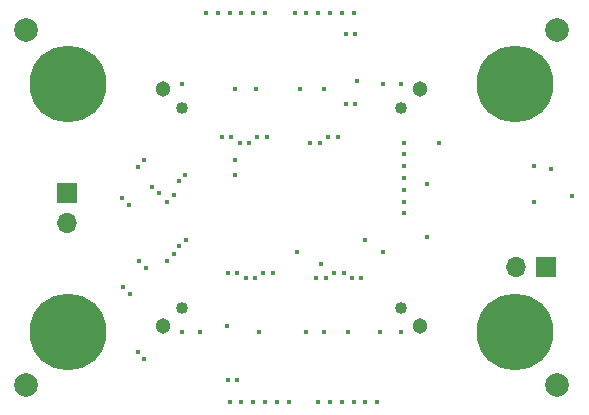
<source format=gbr>
%TF.GenerationSoftware,KiCad,Pcbnew,7.0.2-0*%
%TF.CreationDate,2023-05-25T20:57:36-04:00*%
%TF.ProjectId,szg-c2c-txr4,737a672d-6332-4632-9d74-7872342e6b69,A*%
%TF.SameCoordinates,Original*%
%TF.FileFunction,Soldermask,Top*%
%TF.FilePolarity,Negative*%
%FSLAX46Y46*%
G04 Gerber Fmt 4.6, Leading zero omitted, Abs format (unit mm)*
G04 Created by KiCad (PCBNEW 7.0.2-0) date 2023-05-25 20:57:36*
%MOMM*%
%LPD*%
G01*
G04 APERTURE LIST*
%ADD10R,1.700000X1.700000*%
%ADD11O,1.700000X1.700000*%
%ADD12C,2.000000*%
%ADD13C,3.600000*%
%ADD14C,6.500000*%
%ADD15C,1.020000*%
%ADD16C,1.301600*%
%ADD17C,0.450000*%
G04 APERTURE END LIST*
D10*
%TO.C,J4*%
X173500000Y-114500000D03*
D11*
X170960000Y-114500000D03*
%TD*%
D12*
%TO.C,FID6*%
X174500000Y-94500000D03*
%TD*%
D13*
%TO.C,H1*%
X133090000Y-99000000D03*
D14*
X133090000Y-99000000D03*
%TD*%
D13*
%TO.C,H2*%
X170910000Y-99000000D03*
D14*
X170910000Y-99000000D03*
%TD*%
D12*
%TO.C,FID5*%
X129500000Y-94500000D03*
%TD*%
%TO.C,FID3*%
X129500000Y-124500000D03*
%TD*%
D13*
%TO.C,H4*%
X170910000Y-120000000D03*
D14*
X170910000Y-120000000D03*
%TD*%
D12*
%TO.C,FID4*%
X174500000Y-124500000D03*
%TD*%
D13*
%TO.C,H3*%
X133090000Y-120000000D03*
D14*
X133090000Y-120000000D03*
%TD*%
D15*
%TO.C,J1*%
X142760000Y-101030000D03*
X161240000Y-101030000D03*
D16*
X141155000Y-99500000D03*
X162845000Y-99500000D03*
%TD*%
D15*
%TO.C,J2*%
X161240000Y-117970000D03*
X142760000Y-117970000D03*
D16*
X162845000Y-119500000D03*
X141155000Y-119500000D03*
%TD*%
D10*
%TO.C,J3*%
X133000000Y-108250000D03*
D11*
X133000000Y-110790000D03*
%TD*%
D17*
X163500000Y-107500000D03*
X152250000Y-93000000D03*
X149750000Y-93000000D03*
X161500000Y-107000000D03*
X159500000Y-120000000D03*
X153250000Y-120000000D03*
X147250000Y-99500000D03*
X152500000Y-113250000D03*
X146500000Y-119500000D03*
X154250000Y-126000000D03*
X149250000Y-120000000D03*
X161250000Y-120000000D03*
X164500000Y-104000000D03*
X159750000Y-99000000D03*
X152750000Y-99500000D03*
X154500000Y-114250000D03*
X161250000Y-99000000D03*
X144750000Y-93000000D03*
X144250000Y-120000000D03*
X172500000Y-109000000D03*
X157250000Y-93000000D03*
X161500000Y-108000000D03*
X154750000Y-120000000D03*
X154750000Y-99500000D03*
X151750000Y-126000000D03*
X159250000Y-126000000D03*
X142750000Y-120000000D03*
X157500000Y-98750000D03*
X172500000Y-106000000D03*
X161500000Y-104000000D03*
X175750000Y-108500000D03*
X163500000Y-112010000D03*
X174000000Y-106250000D03*
X146750000Y-126000000D03*
X142750000Y-99000000D03*
X156750000Y-120000000D03*
X149000000Y-99500000D03*
X156400000Y-115000000D03*
X154250000Y-93000000D03*
X155600000Y-115000000D03*
X153250000Y-93000000D03*
X150400000Y-115000000D03*
X148750000Y-93000000D03*
X147750000Y-93000000D03*
X149600000Y-115000000D03*
X146750000Y-93000000D03*
X148900000Y-115500000D03*
X148100000Y-115500000D03*
X145750000Y-93000000D03*
X147750000Y-126000000D03*
X146100000Y-103498408D03*
X146900000Y-103498408D03*
X148750000Y-126000000D03*
X149750000Y-126000000D03*
X147600000Y-103998408D03*
X148400000Y-103998408D03*
X150750000Y-126000000D03*
X153600000Y-103998408D03*
X155250000Y-126000000D03*
X156250000Y-126000000D03*
X154400000Y-103998408D03*
X157250000Y-126000000D03*
X155100000Y-103498408D03*
X158250000Y-126000000D03*
X155900000Y-103498408D03*
X154900000Y-115500000D03*
X161500000Y-109000000D03*
X161500000Y-110000000D03*
X154100000Y-115500000D03*
X149900000Y-103500000D03*
X161500000Y-106000000D03*
X149100000Y-103500000D03*
X161500000Y-105000000D03*
X156250000Y-93000000D03*
X157900000Y-115500000D03*
X157100000Y-115500000D03*
X155250000Y-93000000D03*
X147250000Y-106750000D03*
X159750000Y-113250000D03*
X158250000Y-112250000D03*
X147250000Y-105500000D03*
X138967157Y-106032843D03*
X139078135Y-114015502D03*
X139643821Y-114581188D03*
X139532843Y-105467157D03*
X143013040Y-106707916D03*
X143032843Y-112217157D03*
X137678415Y-108682654D03*
X137717157Y-116217157D03*
X142447354Y-107273602D03*
X142467157Y-112782843D03*
X138282843Y-116782843D03*
X138244101Y-109248340D03*
X142032843Y-108467157D03*
X142032843Y-113467157D03*
X138967157Y-121717157D03*
X140217157Y-107717157D03*
X141467157Y-109032843D03*
X141467157Y-114032843D03*
X139532843Y-122282843D03*
X140782843Y-108282843D03*
X147400000Y-124137046D03*
X156600000Y-100743729D03*
X147400000Y-115000000D03*
X156600000Y-94816240D03*
X146600000Y-124137046D03*
X157400000Y-100743729D03*
X157400000Y-94816240D03*
X146600000Y-115000000D03*
M02*

</source>
